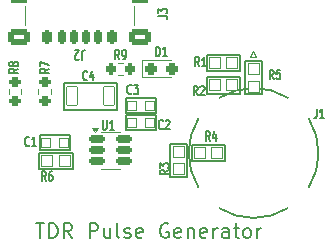
<source format=gto>
G04 #@! TF.GenerationSoftware,KiCad,Pcbnew,8.0.6*
G04 #@! TF.CreationDate,2024-11-27T10:36:13+01:00*
G04 #@! TF.ProjectId,TDR1,54445231-2e6b-4696-9361-645f70636258,0.1*
G04 #@! TF.SameCoordinates,Original*
G04 #@! TF.FileFunction,Legend,Top*
G04 #@! TF.FilePolarity,Positive*
%FSLAX46Y46*%
G04 Gerber Fmt 4.6, Leading zero omitted, Abs format (unit mm)*
G04 Created by KiCad (PCBNEW 8.0.6) date 2024-11-27 10:36:13*
%MOMM*%
%LPD*%
G01*
G04 APERTURE LIST*
G04 Aperture macros list*
%AMRoundRect*
0 Rectangle with rounded corners*
0 $1 Rounding radius*
0 $2 $3 $4 $5 $6 $7 $8 $9 X,Y pos of 4 corners*
0 Add a 4 corners polygon primitive as box body*
4,1,4,$2,$3,$4,$5,$6,$7,$8,$9,$2,$3,0*
0 Add four circle primitives for the rounded corners*
1,1,$1+$1,$2,$3*
1,1,$1+$1,$4,$5*
1,1,$1+$1,$6,$7*
1,1,$1+$1,$8,$9*
0 Add four rect primitives between the rounded corners*
20,1,$1+$1,$2,$3,$4,$5,0*
20,1,$1+$1,$4,$5,$6,$7,0*
20,1,$1+$1,$6,$7,$8,$9,0*
20,1,$1+$1,$8,$9,$2,$3,0*%
G04 Aperture macros list end*
%ADD10C,0.184912*%
%ADD11C,0.150000*%
%ADD12C,0.127000*%
%ADD13C,0.120000*%
%ADD14RoundRect,0.063500X-0.400000X-0.400000X0.400000X-0.400000X0.400000X0.400000X-0.400000X0.400000X0*%
%ADD15RoundRect,0.200000X-0.200000X-0.275000X0.200000X-0.275000X0.200000X0.275000X-0.200000X0.275000X0*%
%ADD16R,2.290000X5.080000*%
%ADD17R,2.420000X5.080000*%
%ADD18RoundRect,0.150000X-0.512500X-0.150000X0.512500X-0.150000X0.512500X0.150000X-0.512500X0.150000X0*%
%ADD19RoundRect,0.063500X-0.475000X-0.475000X0.475000X-0.475000X0.475000X0.475000X-0.475000X0.475000X0*%
%ADD20RoundRect,0.237500X-0.287500X-0.237500X0.287500X-0.237500X0.287500X0.237500X-0.287500X0.237500X0*%
%ADD21C,2.004000*%
%ADD22C,2.604000*%
%ADD23RoundRect,0.175000X0.175000X0.425000X-0.175000X0.425000X-0.175000X-0.425000X0.175000X-0.425000X0*%
%ADD24RoundRect,0.190000X-0.190000X-0.410000X0.190000X-0.410000X0.190000X0.410000X-0.190000X0.410000X0*%
%ADD25RoundRect,0.200000X-0.200000X-0.400000X0.200000X-0.400000X0.200000X0.400000X-0.200000X0.400000X0*%
%ADD26RoundRect,0.175000X-0.175000X-0.425000X0.175000X-0.425000X0.175000X0.425000X-0.175000X0.425000X0*%
%ADD27RoundRect,0.190000X0.190000X0.410000X-0.190000X0.410000X-0.190000X-0.410000X0.190000X-0.410000X0*%
%ADD28RoundRect,0.200000X0.200000X0.400000X-0.200000X0.400000X-0.200000X-0.400000X0.200000X-0.400000X0*%
%ADD29RoundRect,0.250000X0.650000X0.425000X-0.650000X0.425000X-0.650000X-0.425000X0.650000X-0.425000X0*%
%ADD30RoundRect,0.250000X0.650000X0.500000X-0.650000X0.500000X-0.650000X-0.500000X0.650000X-0.500000X0*%
%ADD31RoundRect,0.063500X0.475000X-0.475000X0.475000X0.475000X-0.475000X0.475000X-0.475000X-0.475000X0*%
%ADD32RoundRect,0.063500X-0.450000X-0.800000X0.450000X-0.800000X0.450000X0.800000X-0.450000X0.800000X0*%
%ADD33RoundRect,0.200000X-0.275000X0.200000X-0.275000X-0.200000X0.275000X-0.200000X0.275000X0.200000X0*%
%ADD34RoundRect,0.063500X0.400000X0.400000X-0.400000X0.400000X-0.400000X-0.400000X0.400000X-0.400000X0*%
%ADD35RoundRect,0.063500X-0.475000X0.475000X-0.475000X-0.475000X0.475000X-0.475000X0.475000X0.475000X0*%
%ADD36RoundRect,0.063500X0.475000X0.475000X-0.475000X0.475000X-0.475000X-0.475000X0.475000X-0.475000X0*%
G04 APERTURE END LIST*
D10*
X3239508Y1698548D02*
X3946644Y1698548D01*
X3593076Y461060D02*
X3593076Y1698548D01*
X4359140Y461060D02*
X4359140Y1698548D01*
X4359140Y1698548D02*
X4653780Y1698548D01*
X4653780Y1698548D02*
X4830564Y1639620D01*
X4830564Y1639620D02*
X4948420Y1521764D01*
X4948420Y1521764D02*
X5007348Y1403908D01*
X5007348Y1403908D02*
X5066276Y1168196D01*
X5066276Y1168196D02*
X5066276Y991412D01*
X5066276Y991412D02*
X5007348Y755700D01*
X5007348Y755700D02*
X4948420Y637844D01*
X4948420Y637844D02*
X4830564Y519988D01*
X4830564Y519988D02*
X4653780Y461060D01*
X4653780Y461060D02*
X4359140Y461060D01*
X6303764Y461060D02*
X5891268Y1050340D01*
X5596628Y461060D02*
X5596628Y1698548D01*
X5596628Y1698548D02*
X6068052Y1698548D01*
X6068052Y1698548D02*
X6185908Y1639620D01*
X6185908Y1639620D02*
X6244836Y1580692D01*
X6244836Y1580692D02*
X6303764Y1462836D01*
X6303764Y1462836D02*
X6303764Y1286052D01*
X6303764Y1286052D02*
X6244836Y1168196D01*
X6244836Y1168196D02*
X6185908Y1109268D01*
X6185908Y1109268D02*
X6068052Y1050340D01*
X6068052Y1050340D02*
X5596628Y1050340D01*
X7776964Y461060D02*
X7776964Y1698548D01*
X7776964Y1698548D02*
X8248388Y1698548D01*
X8248388Y1698548D02*
X8366244Y1639620D01*
X8366244Y1639620D02*
X8425172Y1580692D01*
X8425172Y1580692D02*
X8484100Y1462836D01*
X8484100Y1462836D02*
X8484100Y1286052D01*
X8484100Y1286052D02*
X8425172Y1168196D01*
X8425172Y1168196D02*
X8366244Y1109268D01*
X8366244Y1109268D02*
X8248388Y1050340D01*
X8248388Y1050340D02*
X7776964Y1050340D01*
X9544804Y1286052D02*
X9544804Y461060D01*
X9014452Y1286052D02*
X9014452Y637844D01*
X9014452Y637844D02*
X9073380Y519988D01*
X9073380Y519988D02*
X9191236Y461060D01*
X9191236Y461060D02*
X9368020Y461060D01*
X9368020Y461060D02*
X9485876Y519988D01*
X9485876Y519988D02*
X9544804Y578916D01*
X10310868Y461060D02*
X10193012Y519988D01*
X10193012Y519988D02*
X10134084Y637844D01*
X10134084Y637844D02*
X10134084Y1698548D01*
X10723364Y519988D02*
X10841220Y461060D01*
X10841220Y461060D02*
X11076932Y461060D01*
X11076932Y461060D02*
X11194788Y519988D01*
X11194788Y519988D02*
X11253716Y637844D01*
X11253716Y637844D02*
X11253716Y696772D01*
X11253716Y696772D02*
X11194788Y814628D01*
X11194788Y814628D02*
X11076932Y873556D01*
X11076932Y873556D02*
X10900148Y873556D01*
X10900148Y873556D02*
X10782292Y932484D01*
X10782292Y932484D02*
X10723364Y1050340D01*
X10723364Y1050340D02*
X10723364Y1109268D01*
X10723364Y1109268D02*
X10782292Y1227124D01*
X10782292Y1227124D02*
X10900148Y1286052D01*
X10900148Y1286052D02*
X11076932Y1286052D01*
X11076932Y1286052D02*
X11194788Y1227124D01*
X12255492Y519988D02*
X12137636Y461060D01*
X12137636Y461060D02*
X11901924Y461060D01*
X11901924Y461060D02*
X11784068Y519988D01*
X11784068Y519988D02*
X11725140Y637844D01*
X11725140Y637844D02*
X11725140Y1109268D01*
X11725140Y1109268D02*
X11784068Y1227124D01*
X11784068Y1227124D02*
X11901924Y1286052D01*
X11901924Y1286052D02*
X12137636Y1286052D01*
X12137636Y1286052D02*
X12255492Y1227124D01*
X12255492Y1227124D02*
X12314420Y1109268D01*
X12314420Y1109268D02*
X12314420Y991412D01*
X12314420Y991412D02*
X11725140Y873556D01*
X14435828Y1639620D02*
X14317972Y1698548D01*
X14317972Y1698548D02*
X14141188Y1698548D01*
X14141188Y1698548D02*
X13964404Y1639620D01*
X13964404Y1639620D02*
X13846548Y1521764D01*
X13846548Y1521764D02*
X13787620Y1403908D01*
X13787620Y1403908D02*
X13728692Y1168196D01*
X13728692Y1168196D02*
X13728692Y991412D01*
X13728692Y991412D02*
X13787620Y755700D01*
X13787620Y755700D02*
X13846548Y637844D01*
X13846548Y637844D02*
X13964404Y519988D01*
X13964404Y519988D02*
X14141188Y461060D01*
X14141188Y461060D02*
X14259044Y461060D01*
X14259044Y461060D02*
X14435828Y519988D01*
X14435828Y519988D02*
X14494756Y578916D01*
X14494756Y578916D02*
X14494756Y991412D01*
X14494756Y991412D02*
X14259044Y991412D01*
X15496532Y519988D02*
X15378676Y461060D01*
X15378676Y461060D02*
X15142964Y461060D01*
X15142964Y461060D02*
X15025108Y519988D01*
X15025108Y519988D02*
X14966180Y637844D01*
X14966180Y637844D02*
X14966180Y1109268D01*
X14966180Y1109268D02*
X15025108Y1227124D01*
X15025108Y1227124D02*
X15142964Y1286052D01*
X15142964Y1286052D02*
X15378676Y1286052D01*
X15378676Y1286052D02*
X15496532Y1227124D01*
X15496532Y1227124D02*
X15555460Y1109268D01*
X15555460Y1109268D02*
X15555460Y991412D01*
X15555460Y991412D02*
X14966180Y873556D01*
X16085812Y1286052D02*
X16085812Y461060D01*
X16085812Y1168196D02*
X16144740Y1227124D01*
X16144740Y1227124D02*
X16262596Y1286052D01*
X16262596Y1286052D02*
X16439380Y1286052D01*
X16439380Y1286052D02*
X16557236Y1227124D01*
X16557236Y1227124D02*
X16616164Y1109268D01*
X16616164Y1109268D02*
X16616164Y461060D01*
X17676868Y519988D02*
X17559012Y461060D01*
X17559012Y461060D02*
X17323300Y461060D01*
X17323300Y461060D02*
X17205444Y519988D01*
X17205444Y519988D02*
X17146516Y637844D01*
X17146516Y637844D02*
X17146516Y1109268D01*
X17146516Y1109268D02*
X17205444Y1227124D01*
X17205444Y1227124D02*
X17323300Y1286052D01*
X17323300Y1286052D02*
X17559012Y1286052D01*
X17559012Y1286052D02*
X17676868Y1227124D01*
X17676868Y1227124D02*
X17735796Y1109268D01*
X17735796Y1109268D02*
X17735796Y991412D01*
X17735796Y991412D02*
X17146516Y873556D01*
X18266148Y461060D02*
X18266148Y1286052D01*
X18266148Y1050340D02*
X18325076Y1168196D01*
X18325076Y1168196D02*
X18384004Y1227124D01*
X18384004Y1227124D02*
X18501860Y1286052D01*
X18501860Y1286052D02*
X18619716Y1286052D01*
X19562564Y461060D02*
X19562564Y1109268D01*
X19562564Y1109268D02*
X19503636Y1227124D01*
X19503636Y1227124D02*
X19385780Y1286052D01*
X19385780Y1286052D02*
X19150068Y1286052D01*
X19150068Y1286052D02*
X19032212Y1227124D01*
X19562564Y519988D02*
X19444708Y461060D01*
X19444708Y461060D02*
X19150068Y461060D01*
X19150068Y461060D02*
X19032212Y519988D01*
X19032212Y519988D02*
X18973284Y637844D01*
X18973284Y637844D02*
X18973284Y755700D01*
X18973284Y755700D02*
X19032212Y873556D01*
X19032212Y873556D02*
X19150068Y932484D01*
X19150068Y932484D02*
X19444708Y932484D01*
X19444708Y932484D02*
X19562564Y991412D01*
X19975060Y1286052D02*
X20446484Y1286052D01*
X20151844Y1698548D02*
X20151844Y637844D01*
X20151844Y637844D02*
X20210772Y519988D01*
X20210772Y519988D02*
X20328628Y461060D01*
X20328628Y461060D02*
X20446484Y461060D01*
X21035764Y461060D02*
X20917908Y519988D01*
X20917908Y519988D02*
X20858980Y578916D01*
X20858980Y578916D02*
X20800052Y696772D01*
X20800052Y696772D02*
X20800052Y1050340D01*
X20800052Y1050340D02*
X20858980Y1168196D01*
X20858980Y1168196D02*
X20917908Y1227124D01*
X20917908Y1227124D02*
X21035764Y1286052D01*
X21035764Y1286052D02*
X21212548Y1286052D01*
X21212548Y1286052D02*
X21330404Y1227124D01*
X21330404Y1227124D02*
X21389332Y1168196D01*
X21389332Y1168196D02*
X21448260Y1050340D01*
X21448260Y1050340D02*
X21448260Y696772D01*
X21448260Y696772D02*
X21389332Y578916D01*
X21389332Y578916D02*
X21330404Y519988D01*
X21330404Y519988D02*
X21212548Y461060D01*
X21212548Y461060D02*
X21035764Y461060D01*
X21978612Y461060D02*
X21978612Y1286052D01*
X21978612Y1050340D02*
X22037540Y1168196D01*
X22037540Y1168196D02*
X22096468Y1227124D01*
X22096468Y1227124D02*
X22214324Y1286052D01*
X22214324Y1286052D02*
X22332180Y1286052D01*
D11*
X11334398Y12731896D02*
X11305826Y12693800D01*
X11305826Y12693800D02*
X11220112Y12655705D01*
X11220112Y12655705D02*
X11162969Y12655705D01*
X11162969Y12655705D02*
X11077255Y12693800D01*
X11077255Y12693800D02*
X11020112Y12769991D01*
X11020112Y12769991D02*
X10991541Y12846181D01*
X10991541Y12846181D02*
X10962969Y12998562D01*
X10962969Y12998562D02*
X10962969Y13112848D01*
X10962969Y13112848D02*
X10991541Y13265229D01*
X10991541Y13265229D02*
X11020112Y13341420D01*
X11020112Y13341420D02*
X11077255Y13417610D01*
X11077255Y13417610D02*
X11162969Y13455705D01*
X11162969Y13455705D02*
X11220112Y13455705D01*
X11220112Y13455705D02*
X11305826Y13417610D01*
X11305826Y13417610D02*
X11334398Y13379515D01*
X11534398Y13455705D02*
X11905826Y13455705D01*
X11905826Y13455705D02*
X11705826Y13150943D01*
X11705826Y13150943D02*
X11791541Y13150943D01*
X11791541Y13150943D02*
X11848684Y13112848D01*
X11848684Y13112848D02*
X11877255Y13074753D01*
X11877255Y13074753D02*
X11905826Y12998562D01*
X11905826Y12998562D02*
X11905826Y12808086D01*
X11905826Y12808086D02*
X11877255Y12731896D01*
X11877255Y12731896D02*
X11848684Y12693800D01*
X11848684Y12693800D02*
X11791541Y12655705D01*
X11791541Y12655705D02*
X11620112Y12655705D01*
X11620112Y12655705D02*
X11562969Y12693800D01*
X11562969Y12693800D02*
X11534398Y12731896D01*
X10300000Y15587705D02*
X10100000Y15968658D01*
X9957143Y15587705D02*
X9957143Y16387705D01*
X9957143Y16387705D02*
X10185714Y16387705D01*
X10185714Y16387705D02*
X10242857Y16349610D01*
X10242857Y16349610D02*
X10271428Y16311515D01*
X10271428Y16311515D02*
X10300000Y16235324D01*
X10300000Y16235324D02*
X10300000Y16121039D01*
X10300000Y16121039D02*
X10271428Y16044848D01*
X10271428Y16044848D02*
X10242857Y16006753D01*
X10242857Y16006753D02*
X10185714Y15968658D01*
X10185714Y15968658D02*
X9957143Y15968658D01*
X10585714Y15587705D02*
X10700000Y15587705D01*
X10700000Y15587705D02*
X10757143Y15625800D01*
X10757143Y15625800D02*
X10785714Y15663896D01*
X10785714Y15663896D02*
X10842857Y15778181D01*
X10842857Y15778181D02*
X10871428Y15930562D01*
X10871428Y15930562D02*
X10871428Y16235324D01*
X10871428Y16235324D02*
X10842857Y16311515D01*
X10842857Y16311515D02*
X10814286Y16349610D01*
X10814286Y16349610D02*
X10757143Y16387705D01*
X10757143Y16387705D02*
X10642857Y16387705D01*
X10642857Y16387705D02*
X10585714Y16349610D01*
X10585714Y16349610D02*
X10557143Y16311515D01*
X10557143Y16311515D02*
X10528571Y16235324D01*
X10528571Y16235324D02*
X10528571Y16044848D01*
X10528571Y16044848D02*
X10557143Y15968658D01*
X10557143Y15968658D02*
X10585714Y15930562D01*
X10585714Y15930562D02*
X10642857Y15892467D01*
X10642857Y15892467D02*
X10757143Y15892467D01*
X10757143Y15892467D02*
X10814286Y15930562D01*
X10814286Y15930562D02*
X10842857Y15968658D01*
X10842857Y15968658D02*
X10871428Y16044848D01*
X13562295Y19250000D02*
X14133723Y19250000D01*
X14133723Y19250000D02*
X14248009Y19221429D01*
X14248009Y19221429D02*
X14324200Y19164286D01*
X14324200Y19164286D02*
X14362295Y19078572D01*
X14362295Y19078572D02*
X14362295Y19021429D01*
X13562295Y19478572D02*
X13562295Y19850000D01*
X13562295Y19850000D02*
X13867057Y19650000D01*
X13867057Y19650000D02*
X13867057Y19735715D01*
X13867057Y19735715D02*
X13905152Y19792857D01*
X13905152Y19792857D02*
X13943247Y19821429D01*
X13943247Y19821429D02*
X14019438Y19850000D01*
X14019438Y19850000D02*
X14209914Y19850000D01*
X14209914Y19850000D02*
X14286104Y19821429D01*
X14286104Y19821429D02*
X14324200Y19792857D01*
X14324200Y19792857D02*
X14362295Y19735715D01*
X14362295Y19735715D02*
X14362295Y19564286D01*
X14362295Y19564286D02*
X14324200Y19507143D01*
X14324200Y19507143D02*
X14286104Y19478572D01*
X8892857Y10437705D02*
X8892857Y9790086D01*
X8892857Y9790086D02*
X8921428Y9713896D01*
X8921428Y9713896D02*
X8950000Y9675800D01*
X8950000Y9675800D02*
X9007142Y9637705D01*
X9007142Y9637705D02*
X9121428Y9637705D01*
X9121428Y9637705D02*
X9178571Y9675800D01*
X9178571Y9675800D02*
X9207142Y9713896D01*
X9207142Y9713896D02*
X9235714Y9790086D01*
X9235714Y9790086D02*
X9235714Y10437705D01*
X9835713Y9637705D02*
X9492856Y9637705D01*
X9664285Y9637705D02*
X9664285Y10437705D01*
X9664285Y10437705D02*
X9607142Y10323420D01*
X9607142Y10323420D02*
X9549999Y10247229D01*
X9549999Y10247229D02*
X9492856Y10209134D01*
X17984398Y8705705D02*
X17784398Y9086658D01*
X17641541Y8705705D02*
X17641541Y9505705D01*
X17641541Y9505705D02*
X17870112Y9505705D01*
X17870112Y9505705D02*
X17927255Y9467610D01*
X17927255Y9467610D02*
X17955826Y9429515D01*
X17955826Y9429515D02*
X17984398Y9353324D01*
X17984398Y9353324D02*
X17984398Y9239039D01*
X17984398Y9239039D02*
X17955826Y9162848D01*
X17955826Y9162848D02*
X17927255Y9124753D01*
X17927255Y9124753D02*
X17870112Y9086658D01*
X17870112Y9086658D02*
X17641541Y9086658D01*
X18498684Y9239039D02*
X18498684Y8705705D01*
X18355826Y9543800D02*
X18212969Y8972372D01*
X18212969Y8972372D02*
X18584398Y8972372D01*
X17084398Y15005705D02*
X16884398Y15386658D01*
X16741541Y15005705D02*
X16741541Y15805705D01*
X16741541Y15805705D02*
X16970112Y15805705D01*
X16970112Y15805705D02*
X17027255Y15767610D01*
X17027255Y15767610D02*
X17055826Y15729515D01*
X17055826Y15729515D02*
X17084398Y15653324D01*
X17084398Y15653324D02*
X17084398Y15539039D01*
X17084398Y15539039D02*
X17055826Y15462848D01*
X17055826Y15462848D02*
X17027255Y15424753D01*
X17027255Y15424753D02*
X16970112Y15386658D01*
X16970112Y15386658D02*
X16741541Y15386658D01*
X17655826Y15005705D02*
X17312969Y15005705D01*
X17484398Y15005705D02*
X17484398Y15805705D01*
X17484398Y15805705D02*
X17427255Y15691420D01*
X17427255Y15691420D02*
X17370112Y15615229D01*
X17370112Y15615229D02*
X17312969Y15577134D01*
X13407143Y15867705D02*
X13407143Y16667705D01*
X13407143Y16667705D02*
X13550000Y16667705D01*
X13550000Y16667705D02*
X13635714Y16629610D01*
X13635714Y16629610D02*
X13692857Y16553420D01*
X13692857Y16553420D02*
X13721428Y16477229D01*
X13721428Y16477229D02*
X13750000Y16324848D01*
X13750000Y16324848D02*
X13750000Y16210562D01*
X13750000Y16210562D02*
X13721428Y16058181D01*
X13721428Y16058181D02*
X13692857Y15981991D01*
X13692857Y15981991D02*
X13635714Y15905800D01*
X13635714Y15905800D02*
X13550000Y15867705D01*
X13550000Y15867705D02*
X13407143Y15867705D01*
X14321428Y15867705D02*
X13978571Y15867705D01*
X14150000Y15867705D02*
X14150000Y16667705D01*
X14150000Y16667705D02*
X14092857Y16553420D01*
X14092857Y16553420D02*
X14035714Y16477229D01*
X14035714Y16477229D02*
X13978571Y16439134D01*
X26999999Y11387705D02*
X26999999Y10816277D01*
X26999999Y10816277D02*
X26971428Y10701991D01*
X26971428Y10701991D02*
X26914285Y10625800D01*
X26914285Y10625800D02*
X26828571Y10587705D01*
X26828571Y10587705D02*
X26771428Y10587705D01*
X27599999Y10587705D02*
X27257142Y10587705D01*
X27428571Y10587705D02*
X27428571Y11387705D01*
X27428571Y11387705D02*
X27371428Y11273420D01*
X27371428Y11273420D02*
X27314285Y11197229D01*
X27314285Y11197229D02*
X27257142Y11159134D01*
X4084398Y5305705D02*
X3884398Y5686658D01*
X3741541Y5305705D02*
X3741541Y6105705D01*
X3741541Y6105705D02*
X3970112Y6105705D01*
X3970112Y6105705D02*
X4027255Y6067610D01*
X4027255Y6067610D02*
X4055826Y6029515D01*
X4055826Y6029515D02*
X4084398Y5953324D01*
X4084398Y5953324D02*
X4084398Y5839039D01*
X4084398Y5839039D02*
X4055826Y5762848D01*
X4055826Y5762848D02*
X4027255Y5724753D01*
X4027255Y5724753D02*
X3970112Y5686658D01*
X3970112Y5686658D02*
X3741541Y5686658D01*
X4598684Y6105705D02*
X4484398Y6105705D01*
X4484398Y6105705D02*
X4427255Y6067610D01*
X4427255Y6067610D02*
X4398684Y6029515D01*
X4398684Y6029515D02*
X4341541Y5915229D01*
X4341541Y5915229D02*
X4312969Y5762848D01*
X4312969Y5762848D02*
X4312969Y5458086D01*
X4312969Y5458086D02*
X4341541Y5381896D01*
X4341541Y5381896D02*
X4370112Y5343800D01*
X4370112Y5343800D02*
X4427255Y5305705D01*
X4427255Y5305705D02*
X4541541Y5305705D01*
X4541541Y5305705D02*
X4598684Y5343800D01*
X4598684Y5343800D02*
X4627255Y5381896D01*
X4627255Y5381896D02*
X4655826Y5458086D01*
X4655826Y5458086D02*
X4655826Y5648562D01*
X4655826Y5648562D02*
X4627255Y5724753D01*
X4627255Y5724753D02*
X4598684Y5762848D01*
X4598684Y5762848D02*
X4541541Y5800943D01*
X4541541Y5800943D02*
X4427255Y5800943D01*
X4427255Y5800943D02*
X4370112Y5762848D01*
X4370112Y5762848D02*
X4341541Y5724753D01*
X4341541Y5724753D02*
X4312969Y5648562D01*
X7150000Y15562296D02*
X7150000Y16133724D01*
X7150000Y16133724D02*
X7178571Y16248010D01*
X7178571Y16248010D02*
X7235714Y16324200D01*
X7235714Y16324200D02*
X7321428Y16362296D01*
X7321428Y16362296D02*
X7378571Y16362296D01*
X6892857Y15638486D02*
X6864285Y15600391D01*
X6864285Y15600391D02*
X6807143Y15562296D01*
X6807143Y15562296D02*
X6664285Y15562296D01*
X6664285Y15562296D02*
X6607143Y15600391D01*
X6607143Y15600391D02*
X6578571Y15638486D01*
X6578571Y15638486D02*
X6550000Y15714677D01*
X6550000Y15714677D02*
X6550000Y15790867D01*
X6550000Y15790867D02*
X6578571Y15905153D01*
X6578571Y15905153D02*
X6921428Y16362296D01*
X6921428Y16362296D02*
X6550000Y16362296D01*
X13995498Y9753296D02*
X13966926Y9715200D01*
X13966926Y9715200D02*
X13881212Y9677105D01*
X13881212Y9677105D02*
X13824069Y9677105D01*
X13824069Y9677105D02*
X13738355Y9715200D01*
X13738355Y9715200D02*
X13681212Y9791391D01*
X13681212Y9791391D02*
X13652641Y9867581D01*
X13652641Y9867581D02*
X13624069Y10019962D01*
X13624069Y10019962D02*
X13624069Y10134248D01*
X13624069Y10134248D02*
X13652641Y10286629D01*
X13652641Y10286629D02*
X13681212Y10362820D01*
X13681212Y10362820D02*
X13738355Y10439010D01*
X13738355Y10439010D02*
X13824069Y10477105D01*
X13824069Y10477105D02*
X13881212Y10477105D01*
X13881212Y10477105D02*
X13966926Y10439010D01*
X13966926Y10439010D02*
X13995498Y10400915D01*
X14224069Y10400915D02*
X14252641Y10439010D01*
X14252641Y10439010D02*
X14309784Y10477105D01*
X14309784Y10477105D02*
X14452641Y10477105D01*
X14452641Y10477105D02*
X14509784Y10439010D01*
X14509784Y10439010D02*
X14538355Y10400915D01*
X14538355Y10400915D02*
X14566926Y10324724D01*
X14566926Y10324724D02*
X14566926Y10248534D01*
X14566926Y10248534D02*
X14538355Y10134248D01*
X14538355Y10134248D02*
X14195498Y9677105D01*
X14195498Y9677105D02*
X14566926Y9677105D01*
X14510395Y6215799D02*
X14129442Y6015799D01*
X14510395Y5872942D02*
X13710395Y5872942D01*
X13710395Y5872942D02*
X13710395Y6101513D01*
X13710395Y6101513D02*
X13748490Y6158656D01*
X13748490Y6158656D02*
X13786585Y6187227D01*
X13786585Y6187227D02*
X13862776Y6215799D01*
X13862776Y6215799D02*
X13977061Y6215799D01*
X13977061Y6215799D02*
X14053252Y6187227D01*
X14053252Y6187227D02*
X14091347Y6158656D01*
X14091347Y6158656D02*
X14129442Y6101513D01*
X14129442Y6101513D02*
X14129442Y5872942D01*
X13710395Y6415799D02*
X13710395Y6787227D01*
X13710395Y6787227D02*
X14015157Y6587227D01*
X14015157Y6587227D02*
X14015157Y6672942D01*
X14015157Y6672942D02*
X14053252Y6730084D01*
X14053252Y6730084D02*
X14091347Y6758656D01*
X14091347Y6758656D02*
X14167538Y6787227D01*
X14167538Y6787227D02*
X14358014Y6787227D01*
X14358014Y6787227D02*
X14434204Y6758656D01*
X14434204Y6758656D02*
X14472300Y6730084D01*
X14472300Y6730084D02*
X14510395Y6672942D01*
X14510395Y6672942D02*
X14510395Y6501513D01*
X14510395Y6501513D02*
X14472300Y6444370D01*
X14472300Y6444370D02*
X14434204Y6415799D01*
X7584398Y13881896D02*
X7555826Y13843800D01*
X7555826Y13843800D02*
X7470112Y13805705D01*
X7470112Y13805705D02*
X7412969Y13805705D01*
X7412969Y13805705D02*
X7327255Y13843800D01*
X7327255Y13843800D02*
X7270112Y13919991D01*
X7270112Y13919991D02*
X7241541Y13996181D01*
X7241541Y13996181D02*
X7212969Y14148562D01*
X7212969Y14148562D02*
X7212969Y14262848D01*
X7212969Y14262848D02*
X7241541Y14415229D01*
X7241541Y14415229D02*
X7270112Y14491420D01*
X7270112Y14491420D02*
X7327255Y14567610D01*
X7327255Y14567610D02*
X7412969Y14605705D01*
X7412969Y14605705D02*
X7470112Y14605705D01*
X7470112Y14605705D02*
X7555826Y14567610D01*
X7555826Y14567610D02*
X7584398Y14529515D01*
X8098684Y14339039D02*
X8098684Y13805705D01*
X7955826Y14643800D02*
X7812969Y14072372D01*
X7812969Y14072372D02*
X8184398Y14072372D01*
X4362295Y14800001D02*
X3981342Y14600001D01*
X4362295Y14457144D02*
X3562295Y14457144D01*
X3562295Y14457144D02*
X3562295Y14685715D01*
X3562295Y14685715D02*
X3600390Y14742858D01*
X3600390Y14742858D02*
X3638485Y14771429D01*
X3638485Y14771429D02*
X3714676Y14800001D01*
X3714676Y14800001D02*
X3828961Y14800001D01*
X3828961Y14800001D02*
X3905152Y14771429D01*
X3905152Y14771429D02*
X3943247Y14742858D01*
X3943247Y14742858D02*
X3981342Y14685715D01*
X3981342Y14685715D02*
X3981342Y14457144D01*
X3562295Y15000001D02*
X3562295Y15400001D01*
X3562295Y15400001D02*
X4362295Y15142858D01*
X2684398Y8331896D02*
X2655826Y8293800D01*
X2655826Y8293800D02*
X2570112Y8255705D01*
X2570112Y8255705D02*
X2512969Y8255705D01*
X2512969Y8255705D02*
X2427255Y8293800D01*
X2427255Y8293800D02*
X2370112Y8369991D01*
X2370112Y8369991D02*
X2341541Y8446181D01*
X2341541Y8446181D02*
X2312969Y8598562D01*
X2312969Y8598562D02*
X2312969Y8712848D01*
X2312969Y8712848D02*
X2341541Y8865229D01*
X2341541Y8865229D02*
X2370112Y8941420D01*
X2370112Y8941420D02*
X2427255Y9017610D01*
X2427255Y9017610D02*
X2512969Y9055705D01*
X2512969Y9055705D02*
X2570112Y9055705D01*
X2570112Y9055705D02*
X2655826Y9017610D01*
X2655826Y9017610D02*
X2684398Y8979515D01*
X3255826Y8255705D02*
X2912969Y8255705D01*
X3084398Y8255705D02*
X3084398Y9055705D01*
X3084398Y9055705D02*
X3027255Y8941420D01*
X3027255Y8941420D02*
X2970112Y8865229D01*
X2970112Y8865229D02*
X2912969Y8827134D01*
X23365601Y13919705D02*
X23165601Y14300658D01*
X23022744Y13919705D02*
X23022744Y14719705D01*
X23022744Y14719705D02*
X23251315Y14719705D01*
X23251315Y14719705D02*
X23308458Y14681610D01*
X23308458Y14681610D02*
X23337029Y14643515D01*
X23337029Y14643515D02*
X23365601Y14567324D01*
X23365601Y14567324D02*
X23365601Y14453039D01*
X23365601Y14453039D02*
X23337029Y14376848D01*
X23337029Y14376848D02*
X23308458Y14338753D01*
X23308458Y14338753D02*
X23251315Y14300658D01*
X23251315Y14300658D02*
X23022744Y14300658D01*
X23908458Y14719705D02*
X23622744Y14719705D01*
X23622744Y14719705D02*
X23594172Y14338753D01*
X23594172Y14338753D02*
X23622744Y14376848D01*
X23622744Y14376848D02*
X23679887Y14414943D01*
X23679887Y14414943D02*
X23822744Y14414943D01*
X23822744Y14414943D02*
X23879887Y14376848D01*
X23879887Y14376848D02*
X23908458Y14338753D01*
X23908458Y14338753D02*
X23937029Y14262562D01*
X23937029Y14262562D02*
X23937029Y14072086D01*
X23937029Y14072086D02*
X23908458Y13995896D01*
X23908458Y13995896D02*
X23879887Y13957800D01*
X23879887Y13957800D02*
X23822744Y13919705D01*
X23822744Y13919705D02*
X23679887Y13919705D01*
X23679887Y13919705D02*
X23622744Y13957800D01*
X23622744Y13957800D02*
X23594172Y13995896D01*
X1762295Y14800001D02*
X1381342Y14600001D01*
X1762295Y14457144D02*
X962295Y14457144D01*
X962295Y14457144D02*
X962295Y14685715D01*
X962295Y14685715D02*
X1000390Y14742858D01*
X1000390Y14742858D02*
X1038485Y14771429D01*
X1038485Y14771429D02*
X1114676Y14800001D01*
X1114676Y14800001D02*
X1228961Y14800001D01*
X1228961Y14800001D02*
X1305152Y14771429D01*
X1305152Y14771429D02*
X1343247Y14742858D01*
X1343247Y14742858D02*
X1381342Y14685715D01*
X1381342Y14685715D02*
X1381342Y14457144D01*
X1305152Y15142858D02*
X1267057Y15085715D01*
X1267057Y15085715D02*
X1228961Y15057144D01*
X1228961Y15057144D02*
X1152771Y15028572D01*
X1152771Y15028572D02*
X1114676Y15028572D01*
X1114676Y15028572D02*
X1038485Y15057144D01*
X1038485Y15057144D02*
X1000390Y15085715D01*
X1000390Y15085715D02*
X962295Y15142858D01*
X962295Y15142858D02*
X962295Y15257144D01*
X962295Y15257144D02*
X1000390Y15314286D01*
X1000390Y15314286D02*
X1038485Y15342858D01*
X1038485Y15342858D02*
X1114676Y15371429D01*
X1114676Y15371429D02*
X1152771Y15371429D01*
X1152771Y15371429D02*
X1228961Y15342858D01*
X1228961Y15342858D02*
X1267057Y15314286D01*
X1267057Y15314286D02*
X1305152Y15257144D01*
X1305152Y15257144D02*
X1305152Y15142858D01*
X1305152Y15142858D02*
X1343247Y15085715D01*
X1343247Y15085715D02*
X1381342Y15057144D01*
X1381342Y15057144D02*
X1457533Y15028572D01*
X1457533Y15028572D02*
X1609914Y15028572D01*
X1609914Y15028572D02*
X1686104Y15057144D01*
X1686104Y15057144D02*
X1724200Y15085715D01*
X1724200Y15085715D02*
X1762295Y15142858D01*
X1762295Y15142858D02*
X1762295Y15257144D01*
X1762295Y15257144D02*
X1724200Y15314286D01*
X1724200Y15314286D02*
X1686104Y15342858D01*
X1686104Y15342858D02*
X1609914Y15371429D01*
X1609914Y15371429D02*
X1457533Y15371429D01*
X1457533Y15371429D02*
X1381342Y15342858D01*
X1381342Y15342858D02*
X1343247Y15314286D01*
X1343247Y15314286D02*
X1305152Y15257144D01*
X16941701Y12551105D02*
X16741701Y12932058D01*
X16598844Y12551105D02*
X16598844Y13351105D01*
X16598844Y13351105D02*
X16827415Y13351105D01*
X16827415Y13351105D02*
X16884558Y13313010D01*
X16884558Y13313010D02*
X16913129Y13274915D01*
X16913129Y13274915D02*
X16941701Y13198724D01*
X16941701Y13198724D02*
X16941701Y13084439D01*
X16941701Y13084439D02*
X16913129Y13008248D01*
X16913129Y13008248D02*
X16884558Y12970153D01*
X16884558Y12970153D02*
X16827415Y12932058D01*
X16827415Y12932058D02*
X16598844Y12932058D01*
X17170272Y13274915D02*
X17198844Y13313010D01*
X17198844Y13313010D02*
X17255987Y13351105D01*
X17255987Y13351105D02*
X17398844Y13351105D01*
X17398844Y13351105D02*
X17455987Y13313010D01*
X17455987Y13313010D02*
X17484558Y13274915D01*
X17484558Y13274915D02*
X17513129Y13198724D01*
X17513129Y13198724D02*
X17513129Y13122534D01*
X17513129Y13122534D02*
X17484558Y13008248D01*
X17484558Y13008248D02*
X17141701Y12551105D01*
X17141701Y12551105D02*
X17513129Y12551105D01*
D12*
G04 #@! TO.C,C3*
X10880000Y12285000D02*
X13420000Y12285000D01*
X10880000Y11015000D02*
X10880000Y12285000D01*
X13420000Y12285000D02*
X13420000Y11015000D01*
X13420000Y11015000D02*
X10880000Y11015000D01*
D13*
G04 #@! TO.C,R9*
X10162742Y15322500D02*
X10637258Y15322500D01*
X10162742Y14277500D02*
X10637258Y14277500D01*
G04 #@! TO.C,J3*
X21370000Y15780000D02*
X21620000Y16280000D01*
X21620000Y16280000D02*
X21870000Y15780000D01*
X21870000Y15780000D02*
X21370000Y15780000D01*
G04 #@! TO.C,U1*
X9562500Y9460000D02*
X8762500Y9460000D01*
X9562500Y9460000D02*
X10362500Y9460000D01*
X9562500Y6340000D02*
X8762500Y6340000D01*
X9562500Y6340000D02*
X10362500Y6340000D01*
X8262500Y9410000D02*
X8022500Y9740000D01*
X8502500Y9740000D01*
X8262500Y9410000D01*
G36*
X8262500Y9410000D02*
G01*
X8022500Y9740000D01*
X8502500Y9740000D01*
X8262500Y9410000D01*
G37*
D12*
G04 #@! TO.C,R4*
X16456100Y8366400D02*
X19256100Y8366400D01*
X16456100Y6966400D02*
X16456100Y8366400D01*
X19256100Y8366400D02*
X19256100Y6966400D01*
X19256100Y6966400D02*
X16456100Y6966400D01*
G04 #@! TO.C,R1*
X17726100Y15986400D02*
X20526100Y15986400D01*
X17726100Y14586400D02*
X17726100Y15986400D01*
X20526100Y15986400D02*
X20526100Y14586400D01*
X20526100Y14586400D02*
X17726100Y14586400D01*
D13*
G04 #@! TO.C,D1*
X12190000Y15535000D02*
X12190000Y14065000D01*
X12190000Y14065000D02*
X14650000Y14065000D01*
X14650000Y15535000D02*
X12190000Y15535000D01*
D12*
G04 #@! TO.C,J1*
X16166100Y7666400D02*
G75*
G02*
X16986100Y10556400I5399411J29319D01*
G01*
X16986100Y4776400D02*
G75*
G02*
X16166100Y7666400I4680170J2889270D01*
G01*
X18776100Y12346400D02*
G75*
G02*
X21666100Y13166400I2889277J-4680194D01*
G01*
X21666100Y13166400D02*
G75*
G02*
X24556100Y12346400I29320J-5399410D01*
G01*
X21666100Y2166400D02*
G75*
G02*
X18776100Y2986400I-29319J5399411D01*
G01*
X24556100Y2986400D02*
G75*
G02*
X21666100Y2166400I-2889277J4680194D01*
G01*
X26346100Y10556400D02*
G75*
G02*
X27166100Y7666400I-4680194J-2889277D01*
G01*
X27166100Y7666400D02*
G75*
G02*
X26346100Y4776400I-5399410J-29320D01*
G01*
G04 #@! TO.C,R6*
X3537500Y7700000D02*
X6337500Y7700000D01*
X3537500Y6300000D02*
X3537500Y7700000D01*
X6337500Y7700000D02*
X6337500Y6300000D01*
X6337500Y6300000D02*
X3537500Y6300000D01*
D13*
G04 #@! TO.C,J2*
X2350000Y18460000D02*
X2350000Y20090000D01*
X11550000Y18460000D02*
X11550000Y20090000D01*
D12*
G04 #@! TO.C,C2*
X10871100Y10841400D02*
X13411100Y10841400D01*
X10871100Y9571400D02*
X10871100Y10841400D01*
X13411100Y10841400D02*
X13411100Y9571400D01*
X13411100Y9571400D02*
X10871100Y9571400D01*
G04 #@! TO.C,R3*
X14616100Y8431400D02*
X16016100Y8431400D01*
X14616100Y5631400D02*
X14616100Y8431400D01*
X16016100Y8431400D02*
X16016100Y5631400D01*
X16016100Y5631400D02*
X14616100Y5631400D01*
G04 #@! TO.C,C4*
X5625000Y13575000D02*
X10075000Y13575000D01*
X5625000Y11325000D02*
X5625000Y13575000D01*
X10075000Y13575000D02*
X10075000Y11325000D01*
X10075000Y11325000D02*
X5625000Y11325000D01*
D13*
G04 #@! TO.C,R7*
X3454500Y13112258D02*
X3454500Y12637742D01*
X4499500Y13112258D02*
X4499500Y12637742D01*
D12*
G04 #@! TO.C,C1*
X3567500Y9185000D02*
X6107500Y9185000D01*
X3567500Y7915000D02*
X3567500Y9185000D01*
X6107500Y9185000D02*
X6107500Y7915000D01*
X6107500Y7915000D02*
X3567500Y7915000D01*
G04 #@! TO.C,R5*
X20966100Y15416400D02*
X22366100Y15416400D01*
X20966100Y12616400D02*
X20966100Y15416400D01*
X22366100Y15416400D02*
X22366100Y12616400D01*
X22366100Y12616400D02*
X20966100Y12616400D01*
D13*
G04 #@! TO.C,R8*
X927500Y13112258D02*
X927500Y12637742D01*
X1972500Y13112258D02*
X1972500Y12637742D01*
D12*
G04 #@! TO.C,R2*
X17726100Y14081400D02*
X20526100Y14081400D01*
X17726100Y12681400D02*
X17726100Y14081400D01*
X20526100Y14081400D02*
X20526100Y12681400D01*
X20526100Y12681400D02*
X17726100Y12681400D01*
G04 #@! TD*
%LPC*%
D14*
G04 #@! TO.C,C3*
X11400000Y11650000D03*
X12900000Y11650000D03*
G04 #@! TD*
D15*
G04 #@! TO.C,R9*
X9575000Y14800000D03*
X11225000Y14800000D03*
G04 #@! TD*
D16*
G04 #@! TO.C,J3*
X21620000Y20000000D03*
D17*
X26000000Y20000000D03*
X17240000Y20000000D03*
G04 #@! TD*
D18*
G04 #@! TO.C,U1*
X8425000Y8850000D03*
X8425000Y7900000D03*
X8425000Y6950000D03*
X10700000Y6950000D03*
X10700000Y7900000D03*
X10700000Y8850000D03*
G04 #@! TD*
D19*
G04 #@! TO.C,R4*
X17131100Y7666400D03*
X18581100Y7666400D03*
G04 #@! TD*
G04 #@! TO.C,R1*
X18401100Y15286400D03*
X19851100Y15286400D03*
G04 #@! TD*
D20*
G04 #@! TO.C,D1*
X12975000Y14800000D03*
X14725000Y14800000D03*
G04 #@! TD*
D21*
G04 #@! TO.C,J1*
X21666100Y7666400D03*
D22*
X24816100Y10816400D03*
X24816100Y4516400D03*
X18516100Y4516400D03*
X18516100Y10816400D03*
G04 #@! TD*
D19*
G04 #@! TO.C,R6*
X4212500Y7000000D03*
X5662500Y7000000D03*
G04 #@! TD*
D23*
G04 #@! TO.C,J2*
X7450000Y17467500D03*
D24*
X5430000Y17467500D03*
D25*
X4200000Y17467500D03*
D26*
X6450000Y17467500D03*
D27*
X8470000Y17467500D03*
D28*
X9700000Y17467500D03*
D29*
X12075000Y17522500D03*
D30*
X12075000Y21102500D03*
D29*
X1825000Y17522500D03*
D30*
X1825000Y21102500D03*
G04 #@! TD*
D14*
G04 #@! TO.C,C2*
X11391100Y10206400D03*
X12891100Y10206400D03*
G04 #@! TD*
D31*
G04 #@! TO.C,R3*
X15316100Y6306400D03*
X15316100Y7756400D03*
G04 #@! TD*
D32*
G04 #@! TO.C,C4*
X6300000Y12450000D03*
X9400000Y12450000D03*
G04 #@! TD*
D33*
G04 #@! TO.C,R7*
X3977000Y13700000D03*
X3977000Y12050000D03*
G04 #@! TD*
D34*
G04 #@! TO.C,C1*
X5587500Y8550000D03*
X4087500Y8550000D03*
G04 #@! TD*
D35*
G04 #@! TO.C,R5*
X21666100Y14741400D03*
X21666100Y13291400D03*
G04 #@! TD*
D33*
G04 #@! TO.C,R8*
X1450000Y13700000D03*
X1450000Y12050000D03*
G04 #@! TD*
D36*
G04 #@! TO.C,R2*
X19851100Y13381400D03*
X18401100Y13381400D03*
G04 #@! TD*
%LPD*%
M02*

</source>
